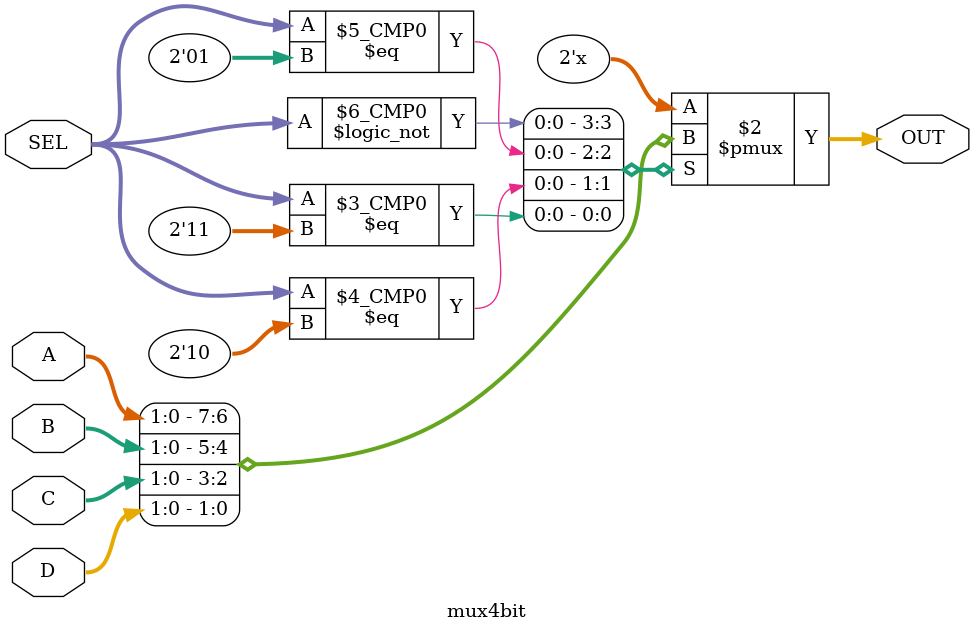
<source format=v>
module mux4bit(OUT, A, B, C, D, SEL);

input [1:0] SEL;
input [1:0] A, B, C, D;
output [1:0] OUT;
reg [1:0] OUT;

always @(SEL or A or B or C or D)
  begin
    case (SEL)
      2'b00: OUT = A;
      2'b01: OUT = B;
      2'b10: OUT = C;
      2'b11: OUT = D;
    endcase
  end

endmodule

</source>
